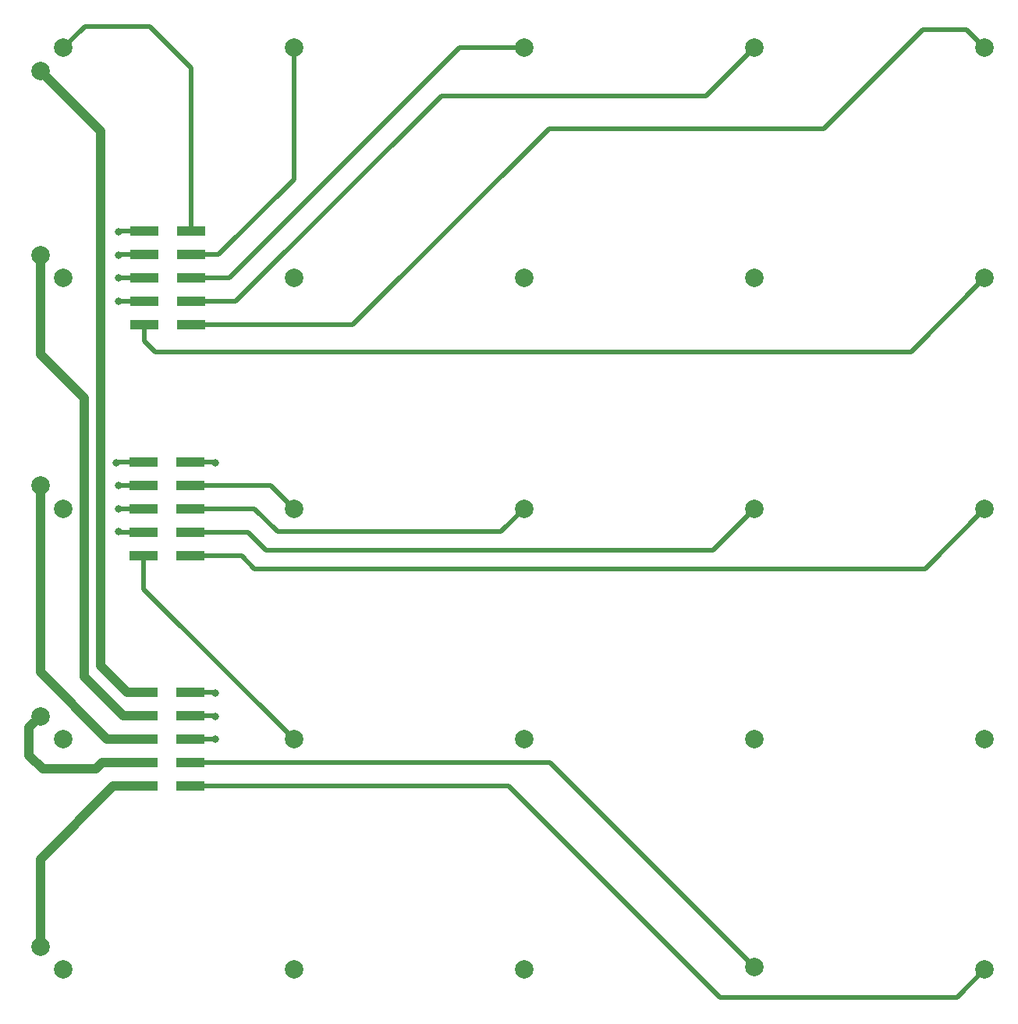
<source format=gbr>
%TF.GenerationSoftware,KiCad,Pcbnew,(5.1.10)-1*%
%TF.CreationDate,2021-09-12T14:26:05+02:00*%
%TF.ProjectId,LED_Cube_5X5X5_PCB2,4c45445f-4375-4626-955f-35583558355f,rev?*%
%TF.SameCoordinates,Original*%
%TF.FileFunction,Copper,L2,Bot*%
%TF.FilePolarity,Positive*%
%FSLAX46Y46*%
G04 Gerber Fmt 4.6, Leading zero omitted, Abs format (unit mm)*
G04 Created by KiCad (PCBNEW (5.1.10)-1) date 2021-09-12 14:26:05*
%MOMM*%
%LPD*%
G01*
G04 APERTURE LIST*
%TA.AperFunction,ComponentPad*%
%ADD10C,2.000000*%
%TD*%
%TA.AperFunction,SMDPad,CuDef*%
%ADD11R,3.150000X1.000000*%
%TD*%
%TA.AperFunction,ViaPad*%
%ADD12C,0.800000*%
%TD*%
%TA.AperFunction,Conductor*%
%ADD13C,0.508000*%
%TD*%
%TA.AperFunction,Conductor*%
%ADD14C,1.016000*%
%TD*%
G04 APERTURE END LIST*
D10*
%TO.P,J1,1*%
%TO.N,Net-(J1-Pad1)*%
X99250000Y-43000000D03*
%TD*%
%TO.P,J2,1*%
%TO.N,Net-(J2-Pad1)*%
X124250000Y-43000000D03*
%TD*%
%TO.P,J3,1*%
%TO.N,Net-(J3-Pad1)*%
X149250000Y-43000000D03*
%TD*%
%TO.P,J4,1*%
%TO.N,Net-(J31-Pad4)*%
X174250000Y-43000000D03*
%TD*%
%TO.P,J5,1*%
%TO.N,Net-(J31-Pad2)*%
X199250000Y-43000000D03*
%TD*%
%TO.P,J6,1*%
%TO.N,Net-(J31-Pad5)*%
X99250000Y-68000000D03*
%TD*%
%TO.P,J7,1*%
%TO.N,Net-(J31-Pad7)*%
X124250000Y-68000000D03*
%TD*%
%TO.P,J8,1*%
%TO.N,Net-(J31-Pad9)*%
X149250000Y-68000000D03*
%TD*%
%TO.P,J9,1*%
%TO.N,Net-(J31-Pad3)*%
X174250000Y-68000000D03*
%TD*%
%TO.P,J10,1*%
%TO.N,Net-(J10-Pad1)*%
X199250000Y-68000000D03*
%TD*%
%TO.P,J11,1*%
%TO.N,Net-(J11-Pad1)*%
X99250000Y-93000000D03*
%TD*%
%TO.P,J12,1*%
%TO.N,Net-(J12-Pad1)*%
X124250000Y-93000000D03*
%TD*%
%TO.P,J13,1*%
%TO.N,Net-(J13-Pad1)*%
X149250000Y-93000000D03*
%TD*%
%TO.P,J14,1*%
%TO.N,Net-(J14-Pad1)*%
X174250000Y-93000000D03*
%TD*%
%TO.P,J15,1*%
%TO.N,Net-(J15-Pad1)*%
X199250000Y-93000000D03*
%TD*%
%TO.P,J16,1*%
%TO.N,Net-(J16-Pad1)*%
X99250000Y-118000000D03*
%TD*%
%TO.P,J17,1*%
%TO.N,Net-(J17-Pad1)*%
X124250000Y-118000000D03*
%TD*%
%TO.P,J18,1*%
%TO.N,Net-(J18-Pad1)*%
X149250000Y-118000000D03*
%TD*%
%TO.P,J19,1*%
%TO.N,Net-(J19-Pad1)*%
X174250000Y-118000000D03*
%TD*%
%TO.P,J20,1*%
%TO.N,Net-(J20-Pad1)*%
X199250000Y-118000000D03*
%TD*%
%TO.P,J21,1*%
%TO.N,Net-(J21-Pad1)*%
X99250000Y-143000000D03*
%TD*%
%TO.P,J22,1*%
%TO.N,Net-(J22-Pad1)*%
X124250000Y-143000000D03*
%TD*%
%TO.P,J23,1*%
%TO.N,Net-(J23-Pad1)*%
X149250000Y-143000000D03*
%TD*%
%TO.P,J24,1*%
%TO.N,Net-(J24-Pad1)*%
X174250000Y-142750000D03*
%TD*%
%TO.P,J25,1*%
%TO.N,Net-(J25-Pad1)*%
X199250000Y-143000000D03*
%TD*%
%TO.P,J26,1*%
%TO.N,Net-(J26-Pad1)*%
X96750000Y-45500000D03*
%TD*%
%TO.P,J27,1*%
%TO.N,Net-(J27-Pad1)*%
X96750000Y-65500000D03*
%TD*%
%TO.P,J28,1*%
%TO.N,Net-(J28-Pad1)*%
X96750000Y-90500000D03*
%TD*%
%TO.P,J29,1*%
%TO.N,Net-(J29-Pad1)*%
X96750000Y-115500000D03*
%TD*%
%TO.P,J30,1*%
%TO.N,Net-(J30-Pad1)*%
X96750000Y-140500000D03*
%TD*%
D11*
%TO.P,J31,1*%
%TO.N,Net-(J10-Pad1)*%
X108025000Y-73080000D03*
%TO.P,J31,2*%
%TO.N,Net-(J31-Pad2)*%
X113075000Y-73080000D03*
%TO.P,J31,3*%
%TO.N,Net-(J31-Pad3)*%
X108025000Y-70540000D03*
%TO.P,J31,4*%
%TO.N,Net-(J31-Pad4)*%
X113075000Y-70540000D03*
%TO.P,J31,5*%
%TO.N,Net-(J31-Pad5)*%
X108025000Y-68000000D03*
%TO.P,J31,6*%
%TO.N,Net-(J3-Pad1)*%
X113075000Y-68000000D03*
%TO.P,J31,7*%
%TO.N,Net-(J31-Pad7)*%
X108025000Y-65460000D03*
%TO.P,J31,8*%
%TO.N,Net-(J2-Pad1)*%
X113075000Y-65460000D03*
%TO.P,J31,9*%
%TO.N,Net-(J31-Pad9)*%
X108025000Y-62920000D03*
%TO.P,J31,10*%
%TO.N,Net-(J1-Pad1)*%
X113075000Y-62920000D03*
%TD*%
%TO.P,J32,10*%
%TO.N,Net-(J11-Pad1)*%
X113025000Y-87920000D03*
%TO.P,J32,9*%
%TO.N,Net-(J16-Pad1)*%
X107975000Y-87920000D03*
%TO.P,J32,8*%
%TO.N,Net-(J12-Pad1)*%
X113025000Y-90460000D03*
%TO.P,J32,7*%
%TO.N,Net-(J20-Pad1)*%
X107975000Y-90460000D03*
%TO.P,J32,6*%
%TO.N,Net-(J13-Pad1)*%
X113025000Y-93000000D03*
%TO.P,J32,5*%
%TO.N,Net-(J19-Pad1)*%
X107975000Y-93000000D03*
%TO.P,J32,4*%
%TO.N,Net-(J14-Pad1)*%
X113025000Y-95540000D03*
%TO.P,J32,3*%
%TO.N,Net-(J18-Pad1)*%
X107975000Y-95540000D03*
%TO.P,J32,2*%
%TO.N,Net-(J15-Pad1)*%
X113025000Y-98080000D03*
%TO.P,J32,1*%
%TO.N,Net-(J17-Pad1)*%
X107975000Y-98080000D03*
%TD*%
%TO.P,J33,1*%
%TO.N,Net-(J30-Pad1)*%
X107975000Y-123080000D03*
%TO.P,J33,2*%
%TO.N,Net-(J25-Pad1)*%
X113025000Y-123080000D03*
%TO.P,J33,3*%
%TO.N,Net-(J29-Pad1)*%
X107975000Y-120540000D03*
%TO.P,J33,4*%
%TO.N,Net-(J24-Pad1)*%
X113025000Y-120540000D03*
%TO.P,J33,5*%
%TO.N,Net-(J28-Pad1)*%
X107975000Y-118000000D03*
%TO.P,J33,6*%
%TO.N,Net-(J23-Pad1)*%
X113025000Y-118000000D03*
%TO.P,J33,7*%
%TO.N,Net-(J27-Pad1)*%
X107975000Y-115460000D03*
%TO.P,J33,8*%
%TO.N,Net-(J22-Pad1)*%
X113025000Y-115460000D03*
%TO.P,J33,9*%
%TO.N,Net-(J26-Pad1)*%
X107975000Y-112920000D03*
%TO.P,J33,10*%
%TO.N,Net-(J21-Pad1)*%
X113025000Y-112920000D03*
%TD*%
D12*
%TO.N,Net-(J31-Pad5)*%
X105250000Y-68000000D03*
%TO.N,Net-(J31-Pad3)*%
X105250000Y-70500000D03*
%TO.N,Net-(J31-Pad7)*%
X105250000Y-65500000D03*
%TO.N,Net-(J11-Pad1)*%
X115750000Y-88000000D03*
%TO.N,Net-(J16-Pad1)*%
X105000000Y-88000000D03*
%TO.N,Net-(J18-Pad1)*%
X105250000Y-95500000D03*
%TO.N,Net-(J19-Pad1)*%
X105250000Y-93000000D03*
%TO.N,Net-(J20-Pad1)*%
X105250000Y-90500000D03*
%TO.N,Net-(J21-Pad1)*%
X115750000Y-113000000D03*
%TO.N,Net-(J22-Pad1)*%
X115750000Y-115500000D03*
%TO.N,Net-(J23-Pad1)*%
X115750000Y-118000000D03*
%TO.N,Net-(J31-Pad9)*%
X105250000Y-63000000D03*
%TD*%
D13*
%TO.N,Net-(J1-Pad1)*%
X99250000Y-43000000D02*
X101550000Y-40700000D01*
X101550000Y-40700000D02*
X108600000Y-40700000D01*
X113075000Y-45175000D02*
X113075000Y-57925000D01*
X108600000Y-40700000D02*
X113075000Y-45175000D01*
X113075000Y-57925000D02*
X113075000Y-62920000D01*
%TO.N,Net-(J2-Pad1)*%
X113075000Y-65460000D02*
X116040000Y-65460000D01*
X124250000Y-57250000D02*
X124250000Y-43000000D01*
X116040000Y-65460000D02*
X124250000Y-57250000D01*
%TO.N,Net-(J3-Pad1)*%
X113075000Y-68000000D02*
X117250000Y-68000000D01*
X142250000Y-43000000D02*
X149250000Y-43000000D01*
X117250000Y-68000000D02*
X142250000Y-43000000D01*
%TO.N,Net-(J31-Pad5)*%
X108025000Y-68000000D02*
X105250000Y-68000000D01*
%TO.N,Net-(J31-Pad3)*%
X105290000Y-70540000D02*
X105250000Y-70500000D01*
X108025000Y-70540000D02*
X105290000Y-70540000D01*
%TO.N,Net-(J31-Pad7)*%
X105290000Y-65460000D02*
X105250000Y-65500000D01*
X108025000Y-65460000D02*
X105290000Y-65460000D01*
%TO.N,Net-(J10-Pad1)*%
X108025000Y-73080000D02*
X108025000Y-74775000D01*
X108025000Y-74775000D02*
X109250000Y-76000000D01*
X191250000Y-76000000D02*
X199250000Y-68000000D01*
X109250000Y-76000000D02*
X191250000Y-76000000D01*
%TO.N,Net-(J11-Pad1)*%
X115670000Y-87920000D02*
X115750000Y-88000000D01*
X113025000Y-87920000D02*
X115670000Y-87920000D01*
%TO.N,Net-(J12-Pad1)*%
X121710000Y-90460000D02*
X124250000Y-93000000D01*
X113025000Y-90460000D02*
X121710000Y-90460000D01*
%TO.N,Net-(J13-Pad1)*%
X113025000Y-93000000D02*
X120000000Y-93000000D01*
X120000000Y-93000000D02*
X122500000Y-95500000D01*
X146750000Y-95500000D02*
X149250000Y-93000000D01*
X122500000Y-95500000D02*
X146750000Y-95500000D01*
%TO.N,Net-(J14-Pad1)*%
X113025000Y-95540000D02*
X119290000Y-95540000D01*
X119290000Y-95540000D02*
X121250000Y-97500000D01*
X169750000Y-97500000D02*
X174250000Y-93000000D01*
X121250000Y-97500000D02*
X169750000Y-97500000D01*
%TO.N,Net-(J15-Pad1)*%
X113025000Y-98080000D02*
X118580000Y-98080000D01*
X118580000Y-98080000D02*
X120000000Y-99500000D01*
X192750000Y-99500000D02*
X199250000Y-93000000D01*
X120000000Y-99500000D02*
X192750000Y-99500000D01*
%TO.N,Net-(J16-Pad1)*%
X105080000Y-87920000D02*
X105000000Y-88000000D01*
X107975000Y-87920000D02*
X105080000Y-87920000D01*
%TO.N,Net-(J17-Pad1)*%
X107975000Y-101725000D02*
X124250000Y-118000000D01*
X107975000Y-98080000D02*
X107975000Y-101725000D01*
%TO.N,Net-(J18-Pad1)*%
X105290000Y-95540000D02*
X105250000Y-95500000D01*
X107975000Y-95540000D02*
X105290000Y-95540000D01*
%TO.N,Net-(J19-Pad1)*%
X107975000Y-93000000D02*
X105250000Y-93000000D01*
%TO.N,Net-(J20-Pad1)*%
X105290000Y-90460000D02*
X105250000Y-90500000D01*
X107975000Y-90460000D02*
X105290000Y-90460000D01*
%TO.N,Net-(J21-Pad1)*%
X115670000Y-112920000D02*
X115750000Y-113000000D01*
X113025000Y-112920000D02*
X115670000Y-112920000D01*
%TO.N,Net-(J22-Pad1)*%
X115710000Y-115460000D02*
X115750000Y-115500000D01*
X113025000Y-115460000D02*
X115710000Y-115460000D01*
%TO.N,Net-(J23-Pad1)*%
X113025000Y-118000000D02*
X115750000Y-118000000D01*
%TO.N,Net-(J24-Pad1)*%
X152040000Y-120540000D02*
X113025000Y-120540000D01*
X174250000Y-142750000D02*
X152040000Y-120540000D01*
%TO.N,Net-(J25-Pad1)*%
X113025000Y-123080000D02*
X147580000Y-123080000D01*
X147580000Y-123080000D02*
X170500000Y-146000000D01*
X196250000Y-146000000D02*
X199250000Y-143000000D01*
X170500000Y-146000000D02*
X196250000Y-146000000D01*
D14*
%TO.N,Net-(J26-Pad1)*%
X103250000Y-52000000D02*
X96750000Y-45500000D01*
X103250000Y-110000000D02*
X103250000Y-52000000D01*
X106170000Y-112920000D02*
X103250000Y-110000000D01*
X107975000Y-112920000D02*
X106170000Y-112920000D01*
%TO.N,Net-(J27-Pad1)*%
X96750000Y-76250000D02*
X96750000Y-65500000D01*
X101500000Y-81000000D02*
X96750000Y-76250000D01*
X105710000Y-115460000D02*
X101500000Y-111250000D01*
X101500000Y-111250000D02*
X101500000Y-81000000D01*
X107975000Y-115460000D02*
X105710000Y-115460000D01*
%TO.N,Net-(J28-Pad1)*%
X107975000Y-118000000D02*
X104000000Y-118000000D01*
X96750000Y-110750000D02*
X96750000Y-90500000D01*
X104000000Y-118000000D02*
X96750000Y-110750000D01*
%TO.N,Net-(J29-Pad1)*%
X96750000Y-115500000D02*
X95500000Y-116750000D01*
X95500000Y-116750000D02*
X95500000Y-119750000D01*
X95500000Y-119750000D02*
X97000000Y-121250000D01*
X97000000Y-121250000D02*
X102750000Y-121250000D01*
X103460000Y-120540000D02*
X107975000Y-120540000D01*
X102750000Y-121250000D02*
X103460000Y-120540000D01*
%TO.N,Net-(J30-Pad1)*%
X96750000Y-140500000D02*
X96750000Y-131000000D01*
X104670000Y-123080000D02*
X107975000Y-123080000D01*
X96750000Y-131000000D02*
X104670000Y-123080000D01*
D13*
%TO.N,Net-(J31-Pad4)*%
X113075000Y-70540000D02*
X117960000Y-70540000D01*
X117960000Y-70540000D02*
X140250000Y-48250000D01*
X169000000Y-48250000D02*
X174250000Y-43000000D01*
X140250000Y-48250000D02*
X169000000Y-48250000D01*
%TO.N,Net-(J31-Pad2)*%
X130670000Y-73080000D02*
X113075000Y-73080000D01*
X152000000Y-51750000D02*
X130670000Y-73080000D01*
X181750000Y-51750000D02*
X152000000Y-51750000D01*
X192500000Y-41000000D02*
X181750000Y-51750000D01*
X197250000Y-41000000D02*
X192500000Y-41000000D01*
X199250000Y-43000000D02*
X197250000Y-41000000D01*
%TO.N,Net-(J31-Pad9)*%
X105330000Y-62920000D02*
X105250000Y-63000000D01*
X108025000Y-62920000D02*
X105330000Y-62920000D01*
%TD*%
M02*

</source>
